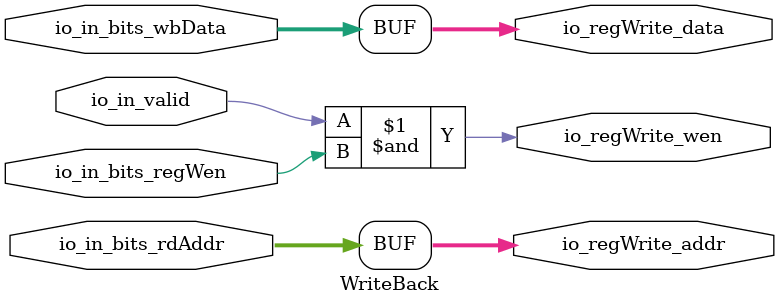
<source format=sv>
module WriteBack(
  input         io_in_valid,
  input  [31:0] io_in_bits_wbData,
  input  [4:0]  io_in_bits_rdAddr,
  input         io_in_bits_regWen,
  output        io_regWrite_wen,
  output [4:0]  io_regWrite_addr,
  output [31:0] io_regWrite_data
);

  assign io_regWrite_wen = io_in_valid & io_in_bits_regWen;
  assign io_regWrite_addr = io_in_bits_rdAddr;
  assign io_regWrite_data = io_in_bits_wbData;
endmodule


</source>
